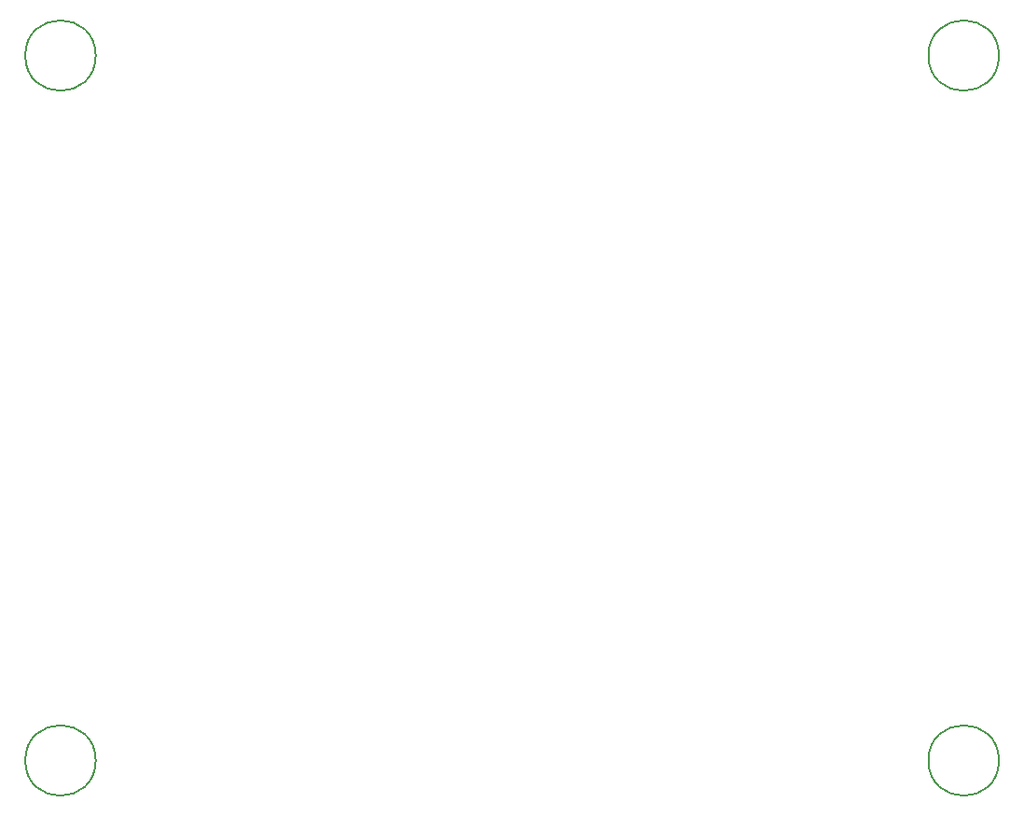
<source format=gbr>
%TF.GenerationSoftware,KiCad,Pcbnew,8.0.7*%
%TF.CreationDate,2025-03-31T22:55:58-04:00*%
%TF.ProjectId,power,706f7765-722e-46b6-9963-61645f706362,1.1*%
%TF.SameCoordinates,Original*%
%TF.FileFunction,Other,Comment*%
%FSLAX46Y46*%
G04 Gerber Fmt 4.6, Leading zero omitted, Abs format (unit mm)*
G04 Created by KiCad (PCBNEW 8.0.7) date 2025-03-31 22:55:58*
%MOMM*%
%LPD*%
G01*
G04 APERTURE LIST*
%ADD10C,0.150000*%
G04 APERTURE END LIST*
D10*
%TO.C,H3*%
X181200000Y-142000000D02*
G75*
G02*
X174800000Y-142000000I-3200000J0D01*
G01*
X174800000Y-142000000D02*
G75*
G02*
X181200000Y-142000000I3200000J0D01*
G01*
%TO.C,H1*%
X99200000Y-78000000D02*
G75*
G02*
X92800000Y-78000000I-3200000J0D01*
G01*
X92800000Y-78000000D02*
G75*
G02*
X99200000Y-78000000I3200000J0D01*
G01*
%TO.C,H4*%
X181200000Y-78000000D02*
G75*
G02*
X174800000Y-78000000I-3200000J0D01*
G01*
X174800000Y-78000000D02*
G75*
G02*
X181200000Y-78000000I3200000J0D01*
G01*
%TO.C,H2*%
X99200000Y-142000000D02*
G75*
G02*
X92800000Y-142000000I-3200000J0D01*
G01*
X92800000Y-142000000D02*
G75*
G02*
X99200000Y-142000000I3200000J0D01*
G01*
%TD*%
M02*

</source>
